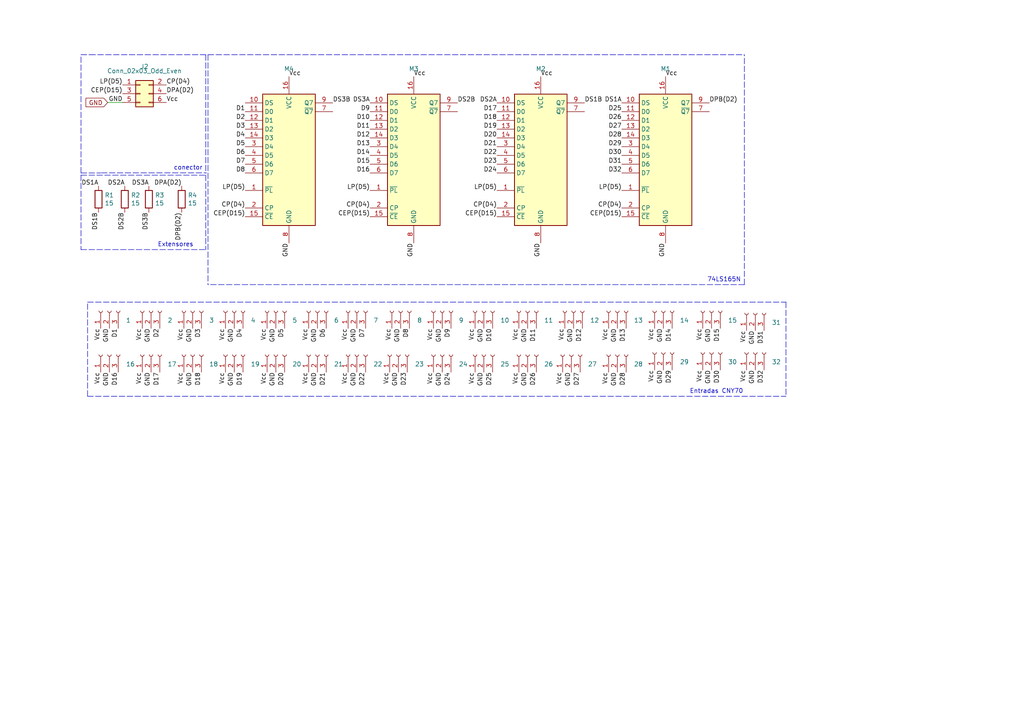
<source format=kicad_sch>
(kicad_sch (version 20211123) (generator eeschema)
  (paper "A4")
  (lib_symbols
    (symbol "74xx:74LS165"
      (property "Reference" "U" (at -7.62 19.05 0))
      (property "Value" "74LS165" (at -7.62 -21.59 0))
      (symbol "74LS165_1_0"
        (pin input line (at -12.7 -10.16 0) (length 5.08) (name "~{PL}") (number "1"))
        (pin input line (at -12.7 15.24 0) (length 5.08) (name "DS") (number "10"))
        (pin input line (at -12.7 12.7 0) (length 5.08) (name "D0") (number "11"))
        (pin input line (at -12.7 10.16 0) (length 5.08) (name "D1") (number "12"))
        (pin input line (at -12.7 7.62 0) (length 5.08) (name "D2") (number "13"))
        (pin input line (at -12.7 5.08 0) (length 5.08) (name "D3") (number "14"))
        (pin input line (at -12.7 -17.78 0) (length 5.08) (name "~{CE}") (number "15"))
        (pin power_in line (at 0 22.86 270) (length 5.08) (name "VCC") (number "16"))
        (pin input line (at -12.7 -15.24 0) (length 5.08) (name "CP") (number "2"))
        (pin input line (at -12.7 2.54 0) (length 5.08) (name "D4") (number "3"))
        (pin input line (at -12.7 0 0) (length 5.08) (name "D5") (number "4"))
        (pin input line (at -12.7 -2.54 0) (length 5.08) (name "D6") (number "5"))
        (pin input line (at -12.7 -5.08 0) (length 5.08) (name "D7") (number "6"))
        (pin output line (at 12.7 12.7 180) (length 5.08) (name "~{Q7}") (number "7"))
        (pin power_in line (at 0 -25.4 90) (length 5.08) (name "GND") (number "8"))
        (pin output line (at 12.7 15.24 180) (length 5.08) (name "Q7") (number "9"))
      )
      (symbol "74LS165_1_1"
        (rectangle (start -7.62 17.78) (end 7.62 -20.32) (stroke (width 0.254)) (fill (type background)))
      )
    )
    (symbol "Connector:Conn_01x03_Female" (pin_names (offset 1.016) hide)
      (property "Reference" "J" (at 0 5.08 0))
      (property "Value" "Conn_01x03_Female" (at 0 -5.08 0))
      (symbol "Conn_01x03_Female_1_1"
        (arc (start 0 -2.032) (mid -0.508 -2.54) (end 0 -3.048) (stroke (width 0.1524)))
        (polyline (pts (xy -1.27 -2.54) (xy -0.508 -2.54)) (stroke (width 0.1524)))
        (polyline (pts (xy -1.27 0) (xy -0.508 0)) (stroke (width 0.1524)))
        (polyline (pts (xy -1.27 2.54) (xy -0.508 2.54)) (stroke (width 0.1524)))
        (arc (start 0 0.508) (mid -0.508 0) (end 0 -0.508) (stroke (width 0.1524)))
        (arc (start 0 3.048) (mid -0.508 2.54) (end 0 2.032) (stroke (width 0.1524)))
        (pin passive line (at -5.08 2.54 0) (length 3.81) (name "Pin_1") (number "1"))
        (pin passive line (at -5.08 0 0) (length 3.81) (name "Pin_2") (number "2"))
        (pin passive line (at -5.08 -2.54 0) (length 3.81) (name "Pin_3") (number "3"))
      )
    )
    (symbol "Connector_Generic:Conn_02x03_Odd_Even" (pin_names (offset 1.016) hide)
      (property "Reference" "J" (at 1.27 5.08 0))
      (property "Value" "Conn_02x03_Odd_Even" (at 1.27 -5.08 0))
      (symbol "Conn_02x03_Odd_Even_1_1"
        (rectangle (start -1.27 -2.413) (end 0 -2.667) (stroke (width 0.1524)))
        (rectangle (start -1.27 0.127) (end 0 -0.127) (stroke (width 0.1524)))
        (rectangle (start -1.27 2.667) (end 0 2.413) (stroke (width 0.1524)))
        (rectangle (start -1.27 3.81) (end 3.81 -3.81) (stroke (width 0.254)) (fill (type background)))
        (rectangle (start 3.81 -2.413) (end 2.54 -2.667) (stroke (width 0.1524)))
        (rectangle (start 3.81 0.127) (end 2.54 -0.127) (stroke (width 0.1524)))
        (rectangle (start 3.81 2.667) (end 2.54 2.413) (stroke (width 0.1524)))
        (pin passive line (at -5.08 2.54 0) (length 3.81) (name "Pin_1") (number "1"))
        (pin passive line (at 7.62 2.54 180) (length 3.81) (name "Pin_2") (number "2"))
        (pin passive line (at -5.08 0 0) (length 3.81) (name "Pin_3") (number "3"))
        (pin passive line (at 7.62 0 180) (length 3.81) (name "Pin_4") (number "4"))
        (pin passive line (at -5.08 -2.54 0) (length 3.81) (name "Pin_5") (number "5"))
        (pin passive line (at 7.62 -2.54 180) (length 3.81) (name "Pin_6") (number "6"))
      )
    )
    (symbol "Device:R" (pin_numbers hide) (pin_names (offset 0))
      (property "Reference" "R" (at 2.032 0 90))
      (property "Value" "R" (at 0 0 90))
      (symbol "R_0_1"
        (rectangle (start -1.016 -2.54) (end 1.016 2.54) (stroke (width 0.254)))
      )
      (symbol "R_1_1"
        (pin passive line (at 0 3.81 270) (length 1.27) (name "~") (number "1"))
        (pin passive line (at 0 -3.81 90) (length 1.27) (name "~") (number "2"))
      )
    )
  )
  (polyline (pts (xy 23.495 50.8) (xy 59.69 50.8)))
  (polyline (pts (xy 60.325 15.875) (xy 215.9 15.875)))
  (polyline (pts (xy 23.495 50.165) (xy 29.21 50.165)))
  (polyline (pts (xy 60.325 15.875) (xy 60.325 82.55)))
  (polyline (pts (xy 59.69 50.8) (xy 59.69 72.39)))
  (wire (pts (xy 35.56 29.718) (xy 31.2166 29.718)))
  (polyline (pts (xy 23.495 72.39) (xy 59.69 72.39)))
  (polyline (pts (xy 26.035 15.875) (xy 59.69 15.875)))
  (polyline (pts (xy 23.495 50.165) (xy 23.495 15.875)))
  (polyline (pts (xy 29.4132 50.1396) (xy 59.8932 50.1396)))
  (polyline (pts (xy 59.69 15.875) (xy 59.69 50.165)))
  (polyline (pts (xy 215.9 82.55) (xy 215.9 15.875)))
  (polyline (pts (xy 25.4 87.63) (xy 227.965 87.63)))
  (polyline (pts (xy 25.4 114.935) (xy 25.4 87.63)))
  (polyline (pts (xy 25.4 114.935) (xy 227.965 114.935)))
  (polyline (pts (xy 215.9 82.55) (xy 60.325 82.55)))
  (polyline (pts (xy 227.965 87.63) (xy 227.965 114.935)))
  (polyline (pts (xy 23.495 50.8) (xy 23.495 72.39)))
  (polyline (pts (xy 23.495 15.875) (xy 26.0096 15.875)))
  (text "Extensores\n" (at 45.72 71.755 0) (effects (font (size 1.27 1.27)) (justify left bottom)))
  (text "Entradas CNY70\n" (at 200.025 114.3 0) (effects (font (size 1.27 1.27)) (justify left bottom)))
  (text "74LS165N\n" (at 205.105 81.915 0) (effects (font (size 1.27 1.27)) (justify left bottom)))
  (text "conector\n" (at 50.3682 49.5046 0) (effects (font (size 1.27 1.27)) (justify left bottom)))
  (label "GND" (at 115.57 107.95 270))
  (label "D20" (at 144.145 40.005 180))
  (label "DPB(D2)" (at 52.705 61.595 270))
  (label "D17" (at 46.355 107.95 270))
  (label "D13" (at 107.315 42.545 180))
  (label "D15" (at 208.915 95.25 270))
  (label "D11" (at 155.575 95.25 270))
  (label "GND" (at 153.035 107.95 270))
  (label "CEP(D15)" (at 71.12 62.865 180))
  (label "DS1B" (at 169.545 29.845 0))
  (label "DS2A" (at 144.145 29.845 180))
  (label "Vcc" (at 41.275 95.25 270))
  (label "D17" (at 144.145 32.385 180))
  (label "GND" (at 156.845 70.485 270))
  (label "D25" (at 142.875 107.95 270))
  (label "GND" (at 193.04 70.485 270))
  (label "D21" (at 144.145 42.545 180))
  (label "GND" (at 166.37 95.25 270))
  (label "GND" (at 219.075 107.315 270))
  (label "GND" (at 103.505 107.95 270))
  (label "CEP(D15)" (at 35.56 27.178 180))
  (label "GND" (at 219.075 95.885 270))
  (label "D31" (at 221.615 95.885 270))
  (label "Vcc" (at 113.665 95.25 270))
  (label "D7" (at 71.12 47.625 180))
  (label "DS3A" (at 107.315 29.845 180))
  (label "DPA(D2)" (at 52.705 53.975 180))
  (label "Vcc" (at 53.34 95.25 270))
  (label "D3" (at 58.42 95.25 270))
  (label "GND" (at 165.735 107.95 270))
  (label "Vcc" (at 163.83 95.25 270))
  (label "Vcc" (at 176.53 107.95 270))
  (label "GND" (at 179.07 107.95 270))
  (label "DPB(D2)" (at 205.74 29.845 0))
  (label "LP(D5)" (at 180.34 55.245 180))
  (label "Vcc" (at 65.405 95.25 270))
  (label "GND" (at 31.75 95.25 270))
  (label "Vcc" (at 203.835 95.25 270))
  (label "Vcc" (at 216.535 107.315 270))
  (label "Vcc" (at 100.965 95.25 270))
  (label "D27" (at 168.275 107.95 270))
  (label "D8" (at 71.12 50.165 180))
  (label "D18" (at 144.145 34.925 180))
  (label "CP(D4)" (at 71.12 60.325 180))
  (label "Vcc" (at 125.73 107.95 270))
  (label "DS2B" (at 36.195 61.595 270))
  (label "CP(D4)" (at 48.26 24.638 0))
  (label "DS2A" (at 36.195 53.975 180))
  (label "DS2B" (at 132.715 29.845 0))
  (label "Vcc" (at 77.47 107.95 270))
  (label "D30" (at 208.915 107.315 270))
  (label "D23" (at 144.145 47.625 180))
  (label "GND" (at 67.945 95.25 270))
  (label "Vcc" (at 100.965 107.95 270))
  (label "D18" (at 58.42 107.95 270))
  (label "D29" (at 194.945 107.315 270))
  (label "D10" (at 142.875 95.25 270))
  (label "D5" (at 71.12 42.545 180))
  (label "D7" (at 106.045 95.25 270))
  (label "GND" (at 206.375 95.25 270))
  (label "Vcc" (at 48.26 29.718 0))
  (label "Vcc" (at 156.845 22.225 0))
  (label "Vcc" (at 216.535 95.885 270))
  (label "Vcc" (at 83.82 22.225 0))
  (label "GND" (at 43.815 107.95 270))
  (label "GND" (at 92.075 95.25 270))
  (label "D14" (at 107.315 45.085 180))
  (label "GND" (at 128.27 95.25 270))
  (label "GND" (at 80.01 95.25 270))
  (label "GND" (at 153.035 95.25 270))
  (label "D16" (at 107.315 50.165 180))
  (label "D4" (at 70.485 95.25 270))
  (label "Vcc" (at 29.21 95.25 270))
  (label "D32" (at 221.615 107.315 270))
  (label "D6" (at 94.615 95.25 270))
  (label "D15" (at 107.315 47.625 180))
  (label "Vcc" (at 41.275 107.95 270))
  (label "D29" (at 180.34 42.545 180))
  (label "LP(D5)" (at 35.56 24.638 180))
  (label "Vcc" (at 193.04 22.225 0))
  (label "Vcc" (at 150.495 95.25 270))
  (label "Vcc" (at 113.03 107.95 270))
  (label "GND" (at 206.375 107.315 270))
  (label "Vcc" (at 65.405 107.95 270))
  (label "GND" (at 140.335 107.95 270))
  (label "Vcc" (at 163.195 107.95 270))
  (label "D1" (at 34.29 95.25 270))
  (label "D2" (at 71.12 34.925 180))
  (label "GND" (at 92.075 107.95 270))
  (label "CP(D4)" (at 107.315 60.325 180))
  (label "LP(D5)" (at 71.12 55.245 180))
  (label "D5" (at 82.55 95.25 270))
  (label "GND" (at 35.56 29.718 180))
  (label "Vcc" (at 53.34 107.95 270))
  (label "GND" (at 116.205 95.25 270))
  (label "D13" (at 181.61 95.25 270))
  (label "D30" (at 180.34 45.085 180))
  (label "D24" (at 144.145 50.165 180))
  (label "GND" (at 31.75 107.95 270))
  (label "GND" (at 140.335 95.25 270))
  (label "CEP(D15)" (at 144.145 62.865 180))
  (label "D9" (at 107.315 32.385 180))
  (label "D22" (at 106.045 107.95 270))
  (label "Vcc" (at 150.495 107.95 270))
  (label "CP(D4)" (at 144.145 60.325 180))
  (label "DS3B" (at 43.18 61.595 270))
  (label "GND" (at 67.945 107.95 270))
  (label "Vcc" (at 176.53 95.25 270))
  (label "D21" (at 94.615 107.95 270))
  (label "D24" (at 130.81 107.95 270))
  (label "Vcc" (at 77.47 95.25 270))
  (label "GND" (at 55.88 95.25 270))
  (label "GND" (at 55.88 107.95 270))
  (label "D12" (at 107.315 40.005 180))
  (label "Vcc" (at 29.21 107.95 270))
  (label "D16" (at 34.29 107.95 270))
  (label "D8" (at 118.745 95.25 270))
  (label "DS3A" (at 43.18 53.975 180))
  (label "D10" (at 107.315 34.925 180))
  (label "D12" (at 168.91 95.25 270))
  (label "D14" (at 194.945 95.25 270))
  (label "D19" (at 70.485 107.95 270))
  (label "CP(D4)" (at 180.34 60.325 180))
  (label "D1" (at 71.12 32.385 180))
  (label "GND" (at 43.815 95.25 270))
  (label "GND" (at 120.015 70.485 270))
  (label "DS3B" (at 96.52 29.845 0))
  (label "D20" (at 82.55 107.95 270))
  (label "GND" (at 128.27 107.95 270))
  (label "GND" (at 80.01 107.95 270))
  (label "DS1A" (at 28.575 53.975 180))
  (label "GND" (at 179.07 95.25 270))
  (label "D28" (at 180.34 40.005 180))
  (label "D25" (at 180.34 32.385 180))
  (label "D26" (at 155.575 107.95 270))
  (label "D2" (at 46.355 95.25 270))
  (label "D32" (at 180.34 50.165 180))
  (label "D28" (at 181.61 107.95 270))
  (label "Vcc" (at 120.015 22.225 0))
  (label "GND" (at 192.405 107.315 270))
  (label "LP(D5)" (at 107.315 55.245 180))
  (label "D6" (at 71.12 45.085 180))
  (label "D23" (at 118.11 107.95 270))
  (label "D19" (at 144.145 37.465 180))
  (label "D22" (at 144.145 45.085 180))
  (label "D31" (at 180.34 47.625 180))
  (label "GND" (at 103.505 95.25 270))
  (label "Vcc" (at 137.795 95.25 270))
  (label "CEP(D15)" (at 107.315 62.865 180))
  (label "Vcc" (at 89.535 107.95 270))
  (label "D4" (at 71.12 40.005 180))
  (label "Vcc" (at 189.865 107.315 270))
  (label "D3" (at 71.12 37.465 180))
  (label "CEP(D15)" (at 180.34 62.865 180))
  (label "D11" (at 107.315 37.465 180))
  (label "D9" (at 130.81 95.25 270))
  (label "Vcc" (at 203.835 107.315 270))
  (label "D27" (at 180.34 37.465 180))
  (label "DS1A" (at 180.34 29.845 180))
  (label "GND" (at 83.82 70.485 270))
  (label "GND" (at 192.405 95.25 270))
  (label "Vcc" (at 189.865 95.25 270))
  (label "D26" (at 180.34 34.925 180))
  (label "DS1B" (at 28.575 61.595 270))
  (label "LP(D5)" (at 144.145 55.245 180))
  (label "DPA(D2)" (at 48.26 27.178 0))
  (label "Vcc" (at 125.73 95.25 270))
  (label "Vcc" (at 89.535 95.25 270))
  (label "Vcc" (at 137.795 107.95 270))
  (global_label "GND" (shape input) (at 31.2166 29.718 180) (property "Intersheet References" "${INTERSHEET_REFS}" (effects hide)))
  (symbol (lib_id "74xx:74LS165") (at 193.04 45.085 0) (unit 1)
    (property "Reference" "M1" (at 193.04 19.9644 0))
    (property "Value" "74LS165" (effects hide))
    (property "Footprint" "Package_DIP:DIP-16_W7.62mm_Socket_LongPads" (effects hide))
    (property "Datasheet" "https://www.ti.com/lit/ds/symlink/sn74ls165a.pdf" (effects hide))
  )
  (symbol (lib_id "74xx:74LS165") (at 156.845 45.085 0) (unit 1)
    (property "Reference" "M2" (at 156.845 19.9644 0))
    (property "Value" "74LS165" (effects hide))
    (property "Footprint" "Package_DIP:DIP-16_W7.62mm_Socket_LongPads" (effects hide))
    (property "Datasheet" "https://www.ti.com/lit/ds/symlink/sn74ls165a.pdf" (effects hide))
  )
  (symbol (lib_id "74xx:74LS165") (at 120.015 45.085 0) (unit 1)
    (property "Reference" "M3" (at 120.015 19.9644 0))
    (property "Value" "74LS165" (effects hide))
    (property "Footprint" "Package_DIP:DIP-16_W7.62mm_Socket_LongPads" (effects hide))
    (property "Datasheet" "https://www.ti.com/lit/ds/symlink/sn74ls165a.pdf" (effects hide))
  )
  (symbol (lib_id "74xx:74LS165") (at 83.82 45.085 0) (unit 1)
    (property "Reference" "M4" (at 83.82 19.9644 0))
    (property "Value" "74LS165" (effects hide))
    (property "Footprint" "Package_DIP:DIP-16_W7.62mm_Socket_LongPads" (effects hide))
    (property "Datasheet" "https://www.ti.com/lit/ds/symlink/sn74ls165a.pdf" (effects hide))
  )
  (symbol (lib_id "Connector:Conn_01x03_Female") (at 31.75 90.17 90) (unit 1)
    (property "Reference" "Conn1" (effects hide))
    (property "Value" "1" (at 36.5252 92.9132 90) (effects (justify right)))
    (property "Footprint" "Connector_PinSocket_2.54mm:PinSocket_1x03_P2.54mm_Vertical" (effects hide))
  )
  (symbol (lib_id "Connector:Conn_01x03_Female") (at 43.815 90.17 90) (unit 1)
    (property "Reference" "Conn2" (effects hide))
    (property "Value" "2" (at 48.5902 92.9132 90) (effects (justify right)))
    (property "Footprint" "Connector_PinSocket_2.54mm:PinSocket_1x03_P2.54mm_Vertical" (effects hide))
  )
  (symbol (lib_id "Connector:Conn_01x03_Female") (at 55.88 90.17 90) (unit 1)
    (property "Reference" "Conn3" (effects hide))
    (property "Value" "3" (at 60.6552 92.9132 90) (effects (justify right)))
    (property "Footprint" "Connector_PinSocket_2.54mm:PinSocket_1x03_P2.54mm_Vertical" (effects hide))
  )
  (symbol (lib_id "Connector:Conn_01x03_Female") (at 103.505 90.17 90) (unit 1)
    (property "Reference" "conn7" (effects hide))
    (property "Value" "7" (at 108.2802 92.9132 90) (effects (justify right)))
    (property "Footprint" "Connector_PinSocket_2.54mm:PinSocket_1x03_P2.54mm_Vertical" (effects hide))
  )
  (symbol (lib_id "Connector:Conn_01x03_Female") (at 116.205 90.17 90) (unit 1)
    (property "Reference" "Conn8" (effects hide))
    (property "Value" "8" (at 120.9802 92.9132 90) (effects (justify right)))
    (property "Footprint" "Connector_PinSocket_2.54mm:PinSocket_1x03_P2.54mm_Vertical" (effects hide))
  )
  (symbol (lib_id "Connector:Conn_01x03_Female") (at 128.27 90.17 90) (unit 1)
    (property "Reference" "Conn9" (effects hide))
    (property "Value" "9" (at 133.0452 92.9132 90) (effects (justify right)))
    (property "Footprint" "Connector_PinSocket_2.54mm:PinSocket_1x03_P2.54mm_Vertical" (effects hide))
  )
  (symbol (lib_id "Connector:Conn_01x03_Female") (at 179.07 90.17 90) (unit 1)
    (property "Reference" "Conn13" (effects hide))
    (property "Value" "13" (at 183.8452 92.9132 90) (effects (justify right)))
    (property "Footprint" "Connector_PinSocket_2.54mm:PinSocket_1x03_P2.54mm_Vertical" (effects hide))
  )
  (symbol (lib_id "Connector:Conn_01x03_Female") (at 192.405 90.17 90) (unit 1)
    (property "Reference" "Conn14" (effects hide))
    (property "Value" "14" (at 197.1802 92.9132 90) (effects (justify right)))
    (property "Footprint" "Connector_PinSocket_2.54mm:PinSocket_1x03_P2.54mm_Vertical" (effects hide))
  )
  (symbol (lib_id "Connector:Conn_01x03_Female") (at 206.375 90.17 90) (unit 1)
    (property "Reference" "Conn15" (effects hide))
    (property "Value" "15" (at 211.1502 92.9132 90) (effects (justify right)))
    (property "Footprint" "Connector_PinSocket_2.54mm:PinSocket_1x03_P2.54mm_Vertical" (effects hide))
  )
  (symbol (lib_id "Connector:Conn_01x03_Female") (at 67.945 90.17 90) (unit 1)
    (property "Reference" "conn4" (effects hide))
    (property "Value" "4" (at 72.7202 92.9132 90) (effects (justify right)))
    (property "Footprint" "Connector_PinSocket_2.54mm:PinSocket_1x03_P2.54mm_Vertical" (effects hide))
  )
  (symbol (lib_id "Connector:Conn_01x03_Female") (at 140.335 90.17 90) (unit 1)
    (property "Reference" "Conn10" (effects hide))
    (property "Value" "10" (at 145.1102 92.9132 90) (effects (justify right)))
    (property "Footprint" "Connector_PinSocket_2.54mm:PinSocket_1x03_P2.54mm_Vertical" (effects hide))
  )
  (symbol (lib_id "Connector:Conn_01x03_Female") (at 31.75 102.87 90) (unit 1)
    (property "Reference" "Conn16" (effects hide))
    (property "Value" "16" (at 36.5252 105.6132 90) (effects (justify right)))
    (property "Footprint" "Connector_PinSocket_2.54mm:PinSocket_1x03_P2.54mm_Vertical" (effects hide))
  )
  (symbol (lib_id "Connector:Conn_01x03_Female") (at 80.01 90.17 90) (unit 1)
    (property "Reference" "Conn5" (effects hide))
    (property "Value" "5" (at 84.7852 92.9132 90) (effects (justify right)))
    (property "Footprint" "Connector_PinSocket_2.54mm:PinSocket_1x03_P2.54mm_Vertical" (effects hide))
  )
  (symbol (lib_id "Connector:Conn_01x03_Female") (at 153.035 90.17 90) (unit 1)
    (property "Reference" "Conn11" (effects hide))
    (property "Value" "11" (at 157.8102 92.9132 90) (effects (justify right)))
    (property "Footprint" "Connector_PinSocket_2.54mm:PinSocket_1x03_P2.54mm_Vertical" (effects hide))
  )
  (symbol (lib_id "Connector:Conn_01x03_Female") (at 43.815 102.87 90) (unit 1)
    (property "Reference" "Conn17" (effects hide))
    (property "Value" "17" (at 48.5902 105.6132 90) (effects (justify right)))
    (property "Footprint" "Connector_PinSocket_2.54mm:PinSocket_1x03_P2.54mm_Vertical" (effects hide))
  )
  (symbol (lib_id "Connector:Conn_01x03_Female") (at 92.075 90.17 90) (unit 1)
    (property "Reference" "Conn6" (effects hide))
    (property "Value" "6" (at 96.8502 92.9132 90) (effects (justify right)))
    (property "Footprint" "Connector_PinSocket_2.54mm:PinSocket_1x03_P2.54mm_Vertical" (effects hide))
  )
  (symbol (lib_id "Connector:Conn_01x03_Female") (at 166.37 90.17 90) (unit 1)
    (property "Reference" "Conn12" (effects hide))
    (property "Value" "12" (at 171.1452 92.9132 90) (effects (justify right)))
    (property "Footprint" "Connector_PinSocket_2.54mm:PinSocket_1x03_P2.54mm_Vertical" (effects hide))
  )
  (symbol (lib_id "Connector:Conn_01x03_Female") (at 55.88 102.87 90) (unit 1)
    (property "Reference" "Conn18" (effects hide))
    (property "Value" "18" (at 60.6552 105.6132 90) (effects (justify right)))
    (property "Footprint" "Connector_PinSocket_2.54mm:PinSocket_1x03_P2.54mm_Vertical" (effects hide))
  )
  (symbol (lib_id "Connector:Conn_01x03_Female") (at 115.57 102.87 90) (unit 1)
    (property "Reference" "Conn23" (effects hide))
    (property "Value" "23" (at 120.3452 105.6132 90) (effects (justify right)))
    (property "Footprint" "Connector_PinSocket_2.54mm:PinSocket_1x03_P2.54mm_Vertical" (effects hide))
  )
  (symbol (lib_id "Connector:Conn_01x03_Female") (at 128.27 102.87 90) (unit 1)
    (property "Reference" "Conn24" (effects hide))
    (property "Value" "24" (at 133.0452 105.6132 90) (effects (justify right)))
    (property "Footprint" "Connector_PinSocket_2.54mm:PinSocket_1x03_P2.54mm_Vertical" (effects hide))
  )
  (symbol (lib_id "Connector:Conn_01x03_Female") (at 103.505 102.87 90) (unit 1)
    (property "Reference" "Conn22" (effects hide))
    (property "Value" "22" (at 108.2802 105.6132 90) (effects (justify right)))
    (property "Footprint" "Connector_PinSocket_2.54mm:PinSocket_1x03_P2.54mm_Vertical" (effects hide))
  )
  (symbol (lib_id "Connector:Conn_01x03_Female") (at 92.075 102.87 90) (unit 1)
    (property "Reference" "Conn21" (effects hide))
    (property "Value" "21" (at 96.8502 105.6132 90) (effects (justify right)))
    (property "Footprint" "Connector_PinSocket_2.54mm:PinSocket_1x03_P2.54mm_Vertical" (effects hide))
  )
  (symbol (lib_id "Connector:Conn_01x03_Female") (at 80.01 102.87 90) (unit 1)
    (property "Reference" "Conn20" (effects hide))
    (property "Value" "20" (at 84.7852 105.6132 90) (effects (justify right)))
    (property "Footprint" "Connector_PinSocket_2.54mm:PinSocket_1x03_P2.54mm_Vertical" (effects hide))
  )
  (symbol (lib_id "Connector:Conn_01x03_Female") (at 67.945 102.87 90) (unit 1)
    (property "Reference" "Conn19" (effects hide))
    (property "Value" "19" (at 72.7202 105.6132 90) (effects (justify right)))
    (property "Footprint" "Connector_PinSocket_2.54mm:PinSocket_1x03_P2.54mm_Vertical" (effects hide))
  )
  (symbol (lib_id "Connector:Conn_01x03_Female") (at 140.335 102.87 90) (unit 1)
    (property "Reference" "Conn25" (effects hide))
    (property "Value" "25" (at 145.1102 105.6132 90) (effects (justify right)))
    (property "Footprint" "Connector_PinSocket_2.54mm:PinSocket_1x03_P2.54mm_Vertical" (effects hide))
  )
  (symbol (lib_id "Connector:Conn_01x03_Female") (at 153.035 102.87 90) (unit 1)
    (property "Reference" "Conn26" (effects hide))
    (property "Value" "26" (at 157.8102 105.6132 90) (effects (justify right)))
    (property "Footprint" "Connector_PinSocket_2.54mm:PinSocket_1x03_P2.54mm_Vertical" (effects hide))
  )
  (symbol (lib_id "Connector:Conn_01x03_Female") (at 165.735 102.87 90) (unit 1)
    (property "Reference" "Conn27" (effects hide))
    (property "Value" "27" (at 170.5102 105.6132 90) (effects (justify right)))
    (property "Footprint" "Connector_PinSocket_2.54mm:PinSocket_1x03_P2.54mm_Vertical" (effects hide))
  )
  (symbol (lib_id "Connector:Conn_01x03_Female") (at 179.07 102.87 90) (unit 1)
    (property "Reference" "Conn28" (effects hide))
    (property "Value" "28" (at 183.8452 105.6132 90) (effects (justify right)))
    (property "Footprint" "Connector_PinSocket_2.54mm:PinSocket_1x03_P2.54mm_Vertical" (effects hide))
  )
  (symbol (lib_id "Connector:Conn_01x03_Female") (at 192.405 102.235 90) (unit 1)
    (property "Reference" "Conn29" (effects hide))
    (property "Value" "29" (at 197.1802 104.9782 90) (effects (justify right)))
    (property "Footprint" "Connector_PinSocket_2.54mm:PinSocket_1x03_P2.54mm_Vertical" (effects hide))
  )
  (symbol (lib_id "Connector:Conn_01x03_Female") (at 206.375 102.235 90) (unit 1)
    (property "Reference" "Conn30" (effects hide))
    (property "Value" "30" (at 211.1502 104.9782 90) (effects (justify right)))
    (property "Footprint" "Connector_PinSocket_2.54mm:PinSocket_1x03_P2.54mm_Vertical" (effects hide))
  )
  (symbol (lib_id "Device:R") (at 28.575 57.785 0) (unit 1)
    (property "Reference" "R1" (at 30.353 56.6166 0) (effects (justify left)))
    (property "Value" "15" (at 30.353 58.928 0) (effects (justify left)))
    (property "Footprint" "extensores:extensor 15mm" (effects hide))
  )
  (symbol (lib_id "Device:R") (at 36.195 57.785 0) (unit 1)
    (property "Reference" "R2" (at 37.973 56.6166 0) (effects (justify left)))
    (property "Value" "15" (at 37.973 58.928 0) (effects (justify left)))
    (property "Footprint" "extensores:extensor 15mm" (effects hide))
  )
  (symbol (lib_id "Device:R") (at 43.18 57.785 0) (unit 1)
    (property "Reference" "R3" (at 44.958 56.6166 0) (effects (justify left)))
    (property "Value" "15" (at 44.958 58.928 0) (effects (justify left)))
    (property "Footprint" "extensores:extensor 15mm" (effects hide))
  )
  (symbol (lib_id "Device:R") (at 52.705 57.785 0) (unit 1)
    (property "Reference" "R4" (at 54.483 56.6166 0) (effects (justify left)))
    (property "Value" "15" (at 54.483 58.928 0) (effects (justify left)))
    (property "Footprint" "extensores:extensor 15mm" (effects hide))
  )
  (symbol (lib_id "Connector:Conn_01x03_Female") (at 219.075 90.805 90) (unit 1)
    (property "Reference" "Conn31" (effects hide))
    (property "Value" "31" (at 223.8502 93.5482 90) (effects (justify right)))
    (property "Footprint" "Connector_PinSocket_2.54mm:PinSocket_1x03_P2.54mm_Vertical" (effects hide))
  )
  (symbol (lib_id "Connector:Conn_01x03_Female") (at 219.075 102.235 90) (unit 1)
    (property "Reference" "Conn32" (effects hide))
    (property "Value" "32" (at 223.8502 104.9782 90) (effects (justify right)))
    (property "Footprint" "Connector_PinSocket_2.54mm:PinSocket_1x03_P2.54mm_Vertical" (effects hide))
  )
  (symbol (lib_id "Connector_Generic:Conn_02x03_Odd_Even") (at 40.64 27.178 0) (unit 1)
    (property "Reference" "J2" (at 41.91 19.304 0))
    (property "Value" "Conn_02x03_Odd_Even" (at 41.91 20.574 0))
    (property "Footprint" "Connector_IDC:IDC-Header_2x03_P2.54mm_Vertical" (effects hide))
  )
)
</source>
